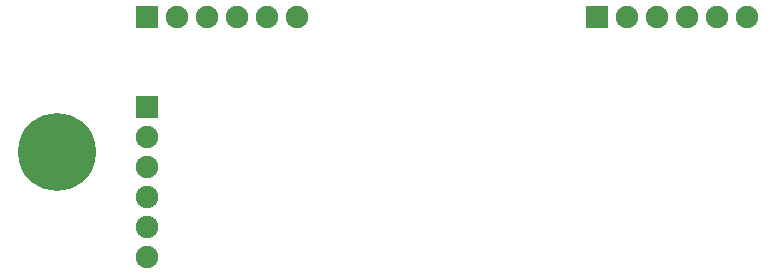
<source format=gbs>
G04 #@! TF.FileFunction,Soldermask,Bot*
%FSLAX46Y46*%
G04 Gerber Fmt 4.6, Leading zero omitted, Abs format (unit mm)*
G04 Created by KiCad (PCBNEW 4.0.4+e1-6308~48~ubuntu15.10.1-stable) date Tue Feb  7 13:59:00 2017*
%MOMM*%
%LPD*%
G01*
G04 APERTURE LIST*
%ADD10C,0.100000*%
%ADD11R,1.900000X1.900000*%
%ADD12O,1.900000X1.900000*%
%ADD13C,6.600000*%
G04 APERTURE END LIST*
D10*
D11*
X147320000Y-105410000D03*
D12*
X147320000Y-107950000D03*
X147320000Y-110490000D03*
X147320000Y-113030000D03*
X147320000Y-115570000D03*
X147320000Y-118110000D03*
D11*
X185420000Y-97790000D03*
D12*
X187960000Y-97790000D03*
X190500000Y-97790000D03*
X193040000Y-97790000D03*
X195580000Y-97790000D03*
X198120000Y-97790000D03*
D11*
X147320000Y-97790000D03*
D12*
X149860000Y-97790000D03*
X152400000Y-97790000D03*
X154940000Y-97790000D03*
X157480000Y-97790000D03*
X160020000Y-97790000D03*
D13*
X139700000Y-109220000D03*
M02*

</source>
